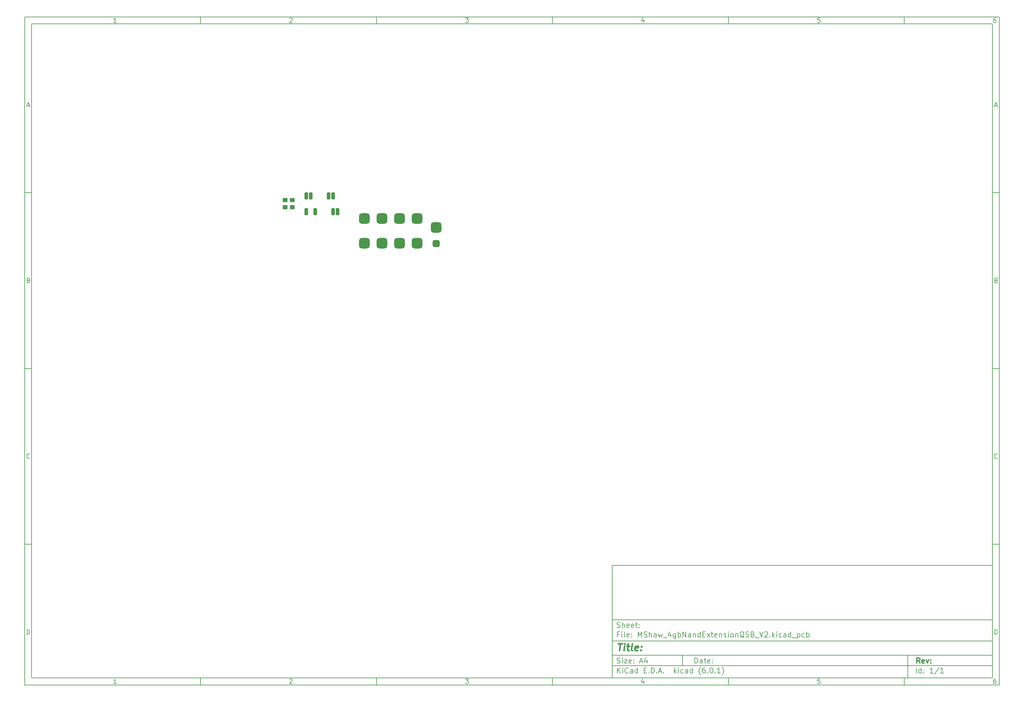
<source format=gts>
%TF.GenerationSoftware,KiCad,Pcbnew,(6.0.1)*%
%TF.CreationDate,2022-02-28T01:07:11-07:00*%
%TF.ProjectId,MShaw_4gbNandExtensionQSB_V2,4d536861-775f-4346-9762-4e616e644578,rev?*%
%TF.SameCoordinates,Original*%
%TF.FileFunction,Soldermask,Top*%
%TF.FilePolarity,Negative*%
%FSLAX46Y46*%
G04 Gerber Fmt 4.6, Leading zero omitted, Abs format (unit mm)*
G04 Created by KiCad (PCBNEW (6.0.1)) date 2022-02-28 01:07:11*
%MOMM*%
%LPD*%
G01*
G04 APERTURE LIST*
G04 Aperture macros list*
%AMRoundRect*
0 Rectangle with rounded corners*
0 $1 Rounding radius*
0 $2 $3 $4 $5 $6 $7 $8 $9 X,Y pos of 4 corners*
0 Add a 4 corners polygon primitive as box body*
4,1,4,$2,$3,$4,$5,$6,$7,$8,$9,$2,$3,0*
0 Add four circle primitives for the rounded corners*
1,1,$1+$1,$2,$3*
1,1,$1+$1,$4,$5*
1,1,$1+$1,$6,$7*
1,1,$1+$1,$8,$9*
0 Add four rect primitives between the rounded corners*
20,1,$1+$1,$2,$3,$4,$5,0*
20,1,$1+$1,$4,$5,$6,$7,0*
20,1,$1+$1,$6,$7,$8,$9,0*
20,1,$1+$1,$8,$9,$2,$3,0*%
G04 Aperture macros list end*
%ADD10C,0.100000*%
%ADD11C,0.150000*%
%ADD12C,0.300000*%
%ADD13C,0.400000*%
%ADD14RoundRect,0.750000X0.750000X-0.750000X0.750000X0.750000X-0.750000X0.750000X-0.750000X-0.750000X0*%
%ADD15RoundRect,0.250000X0.250000X-0.750000X0.250000X0.750000X-0.250000X0.750000X-0.250000X-0.750000X0*%
%ADD16RoundRect,0.750000X-0.750000X-0.750000X0.750000X-0.750000X0.750000X0.750000X-0.750000X0.750000X0*%
%ADD17RoundRect,0.500000X-0.500000X-0.500000X0.500000X-0.500000X0.500000X0.500000X-0.500000X0.500000X0*%
%ADD18RoundRect,0.250000X0.450000X-0.350000X0.450000X0.350000X-0.450000X0.350000X-0.450000X-0.350000X0*%
%ADD19RoundRect,0.250000X0.450000X-0.325000X0.450000X0.325000X-0.450000X0.325000X-0.450000X-0.325000X0*%
G04 APERTURE END LIST*
D10*
D11*
X177002200Y-166007200D02*
X177002200Y-198007200D01*
X285002200Y-198007200D01*
X285002200Y-166007200D01*
X177002200Y-166007200D01*
D10*
D11*
X10000000Y-10000000D02*
X10000000Y-200007200D01*
X287002200Y-200007200D01*
X287002200Y-10000000D01*
X10000000Y-10000000D01*
D10*
D11*
X12000000Y-12000000D02*
X12000000Y-198007200D01*
X285002200Y-198007200D01*
X285002200Y-12000000D01*
X12000000Y-12000000D01*
D10*
D11*
X60000000Y-12000000D02*
X60000000Y-10000000D01*
D10*
D11*
X110000000Y-12000000D02*
X110000000Y-10000000D01*
D10*
D11*
X160000000Y-12000000D02*
X160000000Y-10000000D01*
D10*
D11*
X210000000Y-12000000D02*
X210000000Y-10000000D01*
D10*
D11*
X260000000Y-12000000D02*
X260000000Y-10000000D01*
D10*
D11*
X36065476Y-11588095D02*
X35322619Y-11588095D01*
X35694047Y-11588095D02*
X35694047Y-10288095D01*
X35570238Y-10473809D01*
X35446428Y-10597619D01*
X35322619Y-10659523D01*
D10*
D11*
X85322619Y-10411904D02*
X85384523Y-10350000D01*
X85508333Y-10288095D01*
X85817857Y-10288095D01*
X85941666Y-10350000D01*
X86003571Y-10411904D01*
X86065476Y-10535714D01*
X86065476Y-10659523D01*
X86003571Y-10845238D01*
X85260714Y-11588095D01*
X86065476Y-11588095D01*
D10*
D11*
X135260714Y-10288095D02*
X136065476Y-10288095D01*
X135632142Y-10783333D01*
X135817857Y-10783333D01*
X135941666Y-10845238D01*
X136003571Y-10907142D01*
X136065476Y-11030952D01*
X136065476Y-11340476D01*
X136003571Y-11464285D01*
X135941666Y-11526190D01*
X135817857Y-11588095D01*
X135446428Y-11588095D01*
X135322619Y-11526190D01*
X135260714Y-11464285D01*
D10*
D11*
X185941666Y-10721428D02*
X185941666Y-11588095D01*
X185632142Y-10226190D02*
X185322619Y-11154761D01*
X186127380Y-11154761D01*
D10*
D11*
X236003571Y-10288095D02*
X235384523Y-10288095D01*
X235322619Y-10907142D01*
X235384523Y-10845238D01*
X235508333Y-10783333D01*
X235817857Y-10783333D01*
X235941666Y-10845238D01*
X236003571Y-10907142D01*
X236065476Y-11030952D01*
X236065476Y-11340476D01*
X236003571Y-11464285D01*
X235941666Y-11526190D01*
X235817857Y-11588095D01*
X235508333Y-11588095D01*
X235384523Y-11526190D01*
X235322619Y-11464285D01*
D10*
D11*
X285941666Y-10288095D02*
X285694047Y-10288095D01*
X285570238Y-10350000D01*
X285508333Y-10411904D01*
X285384523Y-10597619D01*
X285322619Y-10845238D01*
X285322619Y-11340476D01*
X285384523Y-11464285D01*
X285446428Y-11526190D01*
X285570238Y-11588095D01*
X285817857Y-11588095D01*
X285941666Y-11526190D01*
X286003571Y-11464285D01*
X286065476Y-11340476D01*
X286065476Y-11030952D01*
X286003571Y-10907142D01*
X285941666Y-10845238D01*
X285817857Y-10783333D01*
X285570238Y-10783333D01*
X285446428Y-10845238D01*
X285384523Y-10907142D01*
X285322619Y-11030952D01*
D10*
D11*
X60000000Y-198007200D02*
X60000000Y-200007200D01*
D10*
D11*
X110000000Y-198007200D02*
X110000000Y-200007200D01*
D10*
D11*
X160000000Y-198007200D02*
X160000000Y-200007200D01*
D10*
D11*
X210000000Y-198007200D02*
X210000000Y-200007200D01*
D10*
D11*
X260000000Y-198007200D02*
X260000000Y-200007200D01*
D10*
D11*
X36065476Y-199595295D02*
X35322619Y-199595295D01*
X35694047Y-199595295D02*
X35694047Y-198295295D01*
X35570238Y-198481009D01*
X35446428Y-198604819D01*
X35322619Y-198666723D01*
D10*
D11*
X85322619Y-198419104D02*
X85384523Y-198357200D01*
X85508333Y-198295295D01*
X85817857Y-198295295D01*
X85941666Y-198357200D01*
X86003571Y-198419104D01*
X86065476Y-198542914D01*
X86065476Y-198666723D01*
X86003571Y-198852438D01*
X85260714Y-199595295D01*
X86065476Y-199595295D01*
D10*
D11*
X135260714Y-198295295D02*
X136065476Y-198295295D01*
X135632142Y-198790533D01*
X135817857Y-198790533D01*
X135941666Y-198852438D01*
X136003571Y-198914342D01*
X136065476Y-199038152D01*
X136065476Y-199347676D01*
X136003571Y-199471485D01*
X135941666Y-199533390D01*
X135817857Y-199595295D01*
X135446428Y-199595295D01*
X135322619Y-199533390D01*
X135260714Y-199471485D01*
D10*
D11*
X185941666Y-198728628D02*
X185941666Y-199595295D01*
X185632142Y-198233390D02*
X185322619Y-199161961D01*
X186127380Y-199161961D01*
D10*
D11*
X236003571Y-198295295D02*
X235384523Y-198295295D01*
X235322619Y-198914342D01*
X235384523Y-198852438D01*
X235508333Y-198790533D01*
X235817857Y-198790533D01*
X235941666Y-198852438D01*
X236003571Y-198914342D01*
X236065476Y-199038152D01*
X236065476Y-199347676D01*
X236003571Y-199471485D01*
X235941666Y-199533390D01*
X235817857Y-199595295D01*
X235508333Y-199595295D01*
X235384523Y-199533390D01*
X235322619Y-199471485D01*
D10*
D11*
X285941666Y-198295295D02*
X285694047Y-198295295D01*
X285570238Y-198357200D01*
X285508333Y-198419104D01*
X285384523Y-198604819D01*
X285322619Y-198852438D01*
X285322619Y-199347676D01*
X285384523Y-199471485D01*
X285446428Y-199533390D01*
X285570238Y-199595295D01*
X285817857Y-199595295D01*
X285941666Y-199533390D01*
X286003571Y-199471485D01*
X286065476Y-199347676D01*
X286065476Y-199038152D01*
X286003571Y-198914342D01*
X285941666Y-198852438D01*
X285817857Y-198790533D01*
X285570238Y-198790533D01*
X285446428Y-198852438D01*
X285384523Y-198914342D01*
X285322619Y-199038152D01*
D10*
D11*
X10000000Y-60000000D02*
X12000000Y-60000000D01*
D10*
D11*
X10000000Y-110000000D02*
X12000000Y-110000000D01*
D10*
D11*
X10000000Y-160000000D02*
X12000000Y-160000000D01*
D10*
D11*
X10690476Y-35216666D02*
X11309523Y-35216666D01*
X10566666Y-35588095D02*
X11000000Y-34288095D01*
X11433333Y-35588095D01*
D10*
D11*
X11092857Y-84907142D02*
X11278571Y-84969047D01*
X11340476Y-85030952D01*
X11402380Y-85154761D01*
X11402380Y-85340476D01*
X11340476Y-85464285D01*
X11278571Y-85526190D01*
X11154761Y-85588095D01*
X10659523Y-85588095D01*
X10659523Y-84288095D01*
X11092857Y-84288095D01*
X11216666Y-84350000D01*
X11278571Y-84411904D01*
X11340476Y-84535714D01*
X11340476Y-84659523D01*
X11278571Y-84783333D01*
X11216666Y-84845238D01*
X11092857Y-84907142D01*
X10659523Y-84907142D01*
D10*
D11*
X11402380Y-135464285D02*
X11340476Y-135526190D01*
X11154761Y-135588095D01*
X11030952Y-135588095D01*
X10845238Y-135526190D01*
X10721428Y-135402380D01*
X10659523Y-135278571D01*
X10597619Y-135030952D01*
X10597619Y-134845238D01*
X10659523Y-134597619D01*
X10721428Y-134473809D01*
X10845238Y-134350000D01*
X11030952Y-134288095D01*
X11154761Y-134288095D01*
X11340476Y-134350000D01*
X11402380Y-134411904D01*
D10*
D11*
X10659523Y-185588095D02*
X10659523Y-184288095D01*
X10969047Y-184288095D01*
X11154761Y-184350000D01*
X11278571Y-184473809D01*
X11340476Y-184597619D01*
X11402380Y-184845238D01*
X11402380Y-185030952D01*
X11340476Y-185278571D01*
X11278571Y-185402380D01*
X11154761Y-185526190D01*
X10969047Y-185588095D01*
X10659523Y-185588095D01*
D10*
D11*
X287002200Y-60000000D02*
X285002200Y-60000000D01*
D10*
D11*
X287002200Y-110000000D02*
X285002200Y-110000000D01*
D10*
D11*
X287002200Y-160000000D02*
X285002200Y-160000000D01*
D10*
D11*
X285692676Y-35216666D02*
X286311723Y-35216666D01*
X285568866Y-35588095D02*
X286002200Y-34288095D01*
X286435533Y-35588095D01*
D10*
D11*
X286095057Y-84907142D02*
X286280771Y-84969047D01*
X286342676Y-85030952D01*
X286404580Y-85154761D01*
X286404580Y-85340476D01*
X286342676Y-85464285D01*
X286280771Y-85526190D01*
X286156961Y-85588095D01*
X285661723Y-85588095D01*
X285661723Y-84288095D01*
X286095057Y-84288095D01*
X286218866Y-84350000D01*
X286280771Y-84411904D01*
X286342676Y-84535714D01*
X286342676Y-84659523D01*
X286280771Y-84783333D01*
X286218866Y-84845238D01*
X286095057Y-84907142D01*
X285661723Y-84907142D01*
D10*
D11*
X286404580Y-135464285D02*
X286342676Y-135526190D01*
X286156961Y-135588095D01*
X286033152Y-135588095D01*
X285847438Y-135526190D01*
X285723628Y-135402380D01*
X285661723Y-135278571D01*
X285599819Y-135030952D01*
X285599819Y-134845238D01*
X285661723Y-134597619D01*
X285723628Y-134473809D01*
X285847438Y-134350000D01*
X286033152Y-134288095D01*
X286156961Y-134288095D01*
X286342676Y-134350000D01*
X286404580Y-134411904D01*
D10*
D11*
X285661723Y-185588095D02*
X285661723Y-184288095D01*
X285971247Y-184288095D01*
X286156961Y-184350000D01*
X286280771Y-184473809D01*
X286342676Y-184597619D01*
X286404580Y-184845238D01*
X286404580Y-185030952D01*
X286342676Y-185278571D01*
X286280771Y-185402380D01*
X286156961Y-185526190D01*
X285971247Y-185588095D01*
X285661723Y-185588095D01*
D10*
D11*
X200434342Y-193785771D02*
X200434342Y-192285771D01*
X200791485Y-192285771D01*
X201005771Y-192357200D01*
X201148628Y-192500057D01*
X201220057Y-192642914D01*
X201291485Y-192928628D01*
X201291485Y-193142914D01*
X201220057Y-193428628D01*
X201148628Y-193571485D01*
X201005771Y-193714342D01*
X200791485Y-193785771D01*
X200434342Y-193785771D01*
X202577200Y-193785771D02*
X202577200Y-193000057D01*
X202505771Y-192857200D01*
X202362914Y-192785771D01*
X202077200Y-192785771D01*
X201934342Y-192857200D01*
X202577200Y-193714342D02*
X202434342Y-193785771D01*
X202077200Y-193785771D01*
X201934342Y-193714342D01*
X201862914Y-193571485D01*
X201862914Y-193428628D01*
X201934342Y-193285771D01*
X202077200Y-193214342D01*
X202434342Y-193214342D01*
X202577200Y-193142914D01*
X203077200Y-192785771D02*
X203648628Y-192785771D01*
X203291485Y-192285771D02*
X203291485Y-193571485D01*
X203362914Y-193714342D01*
X203505771Y-193785771D01*
X203648628Y-193785771D01*
X204720057Y-193714342D02*
X204577200Y-193785771D01*
X204291485Y-193785771D01*
X204148628Y-193714342D01*
X204077200Y-193571485D01*
X204077200Y-193000057D01*
X204148628Y-192857200D01*
X204291485Y-192785771D01*
X204577200Y-192785771D01*
X204720057Y-192857200D01*
X204791485Y-193000057D01*
X204791485Y-193142914D01*
X204077200Y-193285771D01*
X205434342Y-193642914D02*
X205505771Y-193714342D01*
X205434342Y-193785771D01*
X205362914Y-193714342D01*
X205434342Y-193642914D01*
X205434342Y-193785771D01*
X205434342Y-192857200D02*
X205505771Y-192928628D01*
X205434342Y-193000057D01*
X205362914Y-192928628D01*
X205434342Y-192857200D01*
X205434342Y-193000057D01*
D10*
D11*
X177002200Y-194507200D02*
X285002200Y-194507200D01*
D10*
D11*
X178434342Y-196585771D02*
X178434342Y-195085771D01*
X179291485Y-196585771D02*
X178648628Y-195728628D01*
X179291485Y-195085771D02*
X178434342Y-195942914D01*
X179934342Y-196585771D02*
X179934342Y-195585771D01*
X179934342Y-195085771D02*
X179862914Y-195157200D01*
X179934342Y-195228628D01*
X180005771Y-195157200D01*
X179934342Y-195085771D01*
X179934342Y-195228628D01*
X181505771Y-196442914D02*
X181434342Y-196514342D01*
X181220057Y-196585771D01*
X181077200Y-196585771D01*
X180862914Y-196514342D01*
X180720057Y-196371485D01*
X180648628Y-196228628D01*
X180577200Y-195942914D01*
X180577200Y-195728628D01*
X180648628Y-195442914D01*
X180720057Y-195300057D01*
X180862914Y-195157200D01*
X181077200Y-195085771D01*
X181220057Y-195085771D01*
X181434342Y-195157200D01*
X181505771Y-195228628D01*
X182791485Y-196585771D02*
X182791485Y-195800057D01*
X182720057Y-195657200D01*
X182577200Y-195585771D01*
X182291485Y-195585771D01*
X182148628Y-195657200D01*
X182791485Y-196514342D02*
X182648628Y-196585771D01*
X182291485Y-196585771D01*
X182148628Y-196514342D01*
X182077200Y-196371485D01*
X182077200Y-196228628D01*
X182148628Y-196085771D01*
X182291485Y-196014342D01*
X182648628Y-196014342D01*
X182791485Y-195942914D01*
X184148628Y-196585771D02*
X184148628Y-195085771D01*
X184148628Y-196514342D02*
X184005771Y-196585771D01*
X183720057Y-196585771D01*
X183577200Y-196514342D01*
X183505771Y-196442914D01*
X183434342Y-196300057D01*
X183434342Y-195871485D01*
X183505771Y-195728628D01*
X183577200Y-195657200D01*
X183720057Y-195585771D01*
X184005771Y-195585771D01*
X184148628Y-195657200D01*
X186005771Y-195800057D02*
X186505771Y-195800057D01*
X186720057Y-196585771D02*
X186005771Y-196585771D01*
X186005771Y-195085771D01*
X186720057Y-195085771D01*
X187362914Y-196442914D02*
X187434342Y-196514342D01*
X187362914Y-196585771D01*
X187291485Y-196514342D01*
X187362914Y-196442914D01*
X187362914Y-196585771D01*
X188077200Y-196585771D02*
X188077200Y-195085771D01*
X188434342Y-195085771D01*
X188648628Y-195157200D01*
X188791485Y-195300057D01*
X188862914Y-195442914D01*
X188934342Y-195728628D01*
X188934342Y-195942914D01*
X188862914Y-196228628D01*
X188791485Y-196371485D01*
X188648628Y-196514342D01*
X188434342Y-196585771D01*
X188077200Y-196585771D01*
X189577200Y-196442914D02*
X189648628Y-196514342D01*
X189577200Y-196585771D01*
X189505771Y-196514342D01*
X189577200Y-196442914D01*
X189577200Y-196585771D01*
X190220057Y-196157200D02*
X190934342Y-196157200D01*
X190077200Y-196585771D02*
X190577200Y-195085771D01*
X191077200Y-196585771D01*
X191577200Y-196442914D02*
X191648628Y-196514342D01*
X191577200Y-196585771D01*
X191505771Y-196514342D01*
X191577200Y-196442914D01*
X191577200Y-196585771D01*
X194577200Y-196585771D02*
X194577200Y-195085771D01*
X194720057Y-196014342D02*
X195148628Y-196585771D01*
X195148628Y-195585771D02*
X194577200Y-196157200D01*
X195791485Y-196585771D02*
X195791485Y-195585771D01*
X195791485Y-195085771D02*
X195720057Y-195157200D01*
X195791485Y-195228628D01*
X195862914Y-195157200D01*
X195791485Y-195085771D01*
X195791485Y-195228628D01*
X197148628Y-196514342D02*
X197005771Y-196585771D01*
X196720057Y-196585771D01*
X196577200Y-196514342D01*
X196505771Y-196442914D01*
X196434342Y-196300057D01*
X196434342Y-195871485D01*
X196505771Y-195728628D01*
X196577200Y-195657200D01*
X196720057Y-195585771D01*
X197005771Y-195585771D01*
X197148628Y-195657200D01*
X198434342Y-196585771D02*
X198434342Y-195800057D01*
X198362914Y-195657200D01*
X198220057Y-195585771D01*
X197934342Y-195585771D01*
X197791485Y-195657200D01*
X198434342Y-196514342D02*
X198291485Y-196585771D01*
X197934342Y-196585771D01*
X197791485Y-196514342D01*
X197720057Y-196371485D01*
X197720057Y-196228628D01*
X197791485Y-196085771D01*
X197934342Y-196014342D01*
X198291485Y-196014342D01*
X198434342Y-195942914D01*
X199791485Y-196585771D02*
X199791485Y-195085771D01*
X199791485Y-196514342D02*
X199648628Y-196585771D01*
X199362914Y-196585771D01*
X199220057Y-196514342D01*
X199148628Y-196442914D01*
X199077200Y-196300057D01*
X199077200Y-195871485D01*
X199148628Y-195728628D01*
X199220057Y-195657200D01*
X199362914Y-195585771D01*
X199648628Y-195585771D01*
X199791485Y-195657200D01*
X202077200Y-197157200D02*
X202005771Y-197085771D01*
X201862914Y-196871485D01*
X201791485Y-196728628D01*
X201720057Y-196514342D01*
X201648628Y-196157200D01*
X201648628Y-195871485D01*
X201720057Y-195514342D01*
X201791485Y-195300057D01*
X201862914Y-195157200D01*
X202005771Y-194942914D01*
X202077200Y-194871485D01*
X203291485Y-195085771D02*
X203005771Y-195085771D01*
X202862914Y-195157200D01*
X202791485Y-195228628D01*
X202648628Y-195442914D01*
X202577200Y-195728628D01*
X202577200Y-196300057D01*
X202648628Y-196442914D01*
X202720057Y-196514342D01*
X202862914Y-196585771D01*
X203148628Y-196585771D01*
X203291485Y-196514342D01*
X203362914Y-196442914D01*
X203434342Y-196300057D01*
X203434342Y-195942914D01*
X203362914Y-195800057D01*
X203291485Y-195728628D01*
X203148628Y-195657200D01*
X202862914Y-195657200D01*
X202720057Y-195728628D01*
X202648628Y-195800057D01*
X202577200Y-195942914D01*
X204077200Y-196442914D02*
X204148628Y-196514342D01*
X204077200Y-196585771D01*
X204005771Y-196514342D01*
X204077200Y-196442914D01*
X204077200Y-196585771D01*
X205077200Y-195085771D02*
X205220057Y-195085771D01*
X205362914Y-195157200D01*
X205434342Y-195228628D01*
X205505771Y-195371485D01*
X205577200Y-195657200D01*
X205577200Y-196014342D01*
X205505771Y-196300057D01*
X205434342Y-196442914D01*
X205362914Y-196514342D01*
X205220057Y-196585771D01*
X205077200Y-196585771D01*
X204934342Y-196514342D01*
X204862914Y-196442914D01*
X204791485Y-196300057D01*
X204720057Y-196014342D01*
X204720057Y-195657200D01*
X204791485Y-195371485D01*
X204862914Y-195228628D01*
X204934342Y-195157200D01*
X205077200Y-195085771D01*
X206220057Y-196442914D02*
X206291485Y-196514342D01*
X206220057Y-196585771D01*
X206148628Y-196514342D01*
X206220057Y-196442914D01*
X206220057Y-196585771D01*
X207720057Y-196585771D02*
X206862914Y-196585771D01*
X207291485Y-196585771D02*
X207291485Y-195085771D01*
X207148628Y-195300057D01*
X207005771Y-195442914D01*
X206862914Y-195514342D01*
X208220057Y-197157200D02*
X208291485Y-197085771D01*
X208434342Y-196871485D01*
X208505771Y-196728628D01*
X208577200Y-196514342D01*
X208648628Y-196157200D01*
X208648628Y-195871485D01*
X208577200Y-195514342D01*
X208505771Y-195300057D01*
X208434342Y-195157200D01*
X208291485Y-194942914D01*
X208220057Y-194871485D01*
D10*
D11*
X177002200Y-191507200D02*
X285002200Y-191507200D01*
D10*
D12*
X264411485Y-193785771D02*
X263911485Y-193071485D01*
X263554342Y-193785771D02*
X263554342Y-192285771D01*
X264125771Y-192285771D01*
X264268628Y-192357200D01*
X264340057Y-192428628D01*
X264411485Y-192571485D01*
X264411485Y-192785771D01*
X264340057Y-192928628D01*
X264268628Y-193000057D01*
X264125771Y-193071485D01*
X263554342Y-193071485D01*
X265625771Y-193714342D02*
X265482914Y-193785771D01*
X265197200Y-193785771D01*
X265054342Y-193714342D01*
X264982914Y-193571485D01*
X264982914Y-193000057D01*
X265054342Y-192857200D01*
X265197200Y-192785771D01*
X265482914Y-192785771D01*
X265625771Y-192857200D01*
X265697200Y-193000057D01*
X265697200Y-193142914D01*
X264982914Y-193285771D01*
X266197200Y-192785771D02*
X266554342Y-193785771D01*
X266911485Y-192785771D01*
X267482914Y-193642914D02*
X267554342Y-193714342D01*
X267482914Y-193785771D01*
X267411485Y-193714342D01*
X267482914Y-193642914D01*
X267482914Y-193785771D01*
X267482914Y-192857200D02*
X267554342Y-192928628D01*
X267482914Y-193000057D01*
X267411485Y-192928628D01*
X267482914Y-192857200D01*
X267482914Y-193000057D01*
D10*
D11*
X178362914Y-193714342D02*
X178577200Y-193785771D01*
X178934342Y-193785771D01*
X179077200Y-193714342D01*
X179148628Y-193642914D01*
X179220057Y-193500057D01*
X179220057Y-193357200D01*
X179148628Y-193214342D01*
X179077200Y-193142914D01*
X178934342Y-193071485D01*
X178648628Y-193000057D01*
X178505771Y-192928628D01*
X178434342Y-192857200D01*
X178362914Y-192714342D01*
X178362914Y-192571485D01*
X178434342Y-192428628D01*
X178505771Y-192357200D01*
X178648628Y-192285771D01*
X179005771Y-192285771D01*
X179220057Y-192357200D01*
X179862914Y-193785771D02*
X179862914Y-192785771D01*
X179862914Y-192285771D02*
X179791485Y-192357200D01*
X179862914Y-192428628D01*
X179934342Y-192357200D01*
X179862914Y-192285771D01*
X179862914Y-192428628D01*
X180434342Y-192785771D02*
X181220057Y-192785771D01*
X180434342Y-193785771D01*
X181220057Y-193785771D01*
X182362914Y-193714342D02*
X182220057Y-193785771D01*
X181934342Y-193785771D01*
X181791485Y-193714342D01*
X181720057Y-193571485D01*
X181720057Y-193000057D01*
X181791485Y-192857200D01*
X181934342Y-192785771D01*
X182220057Y-192785771D01*
X182362914Y-192857200D01*
X182434342Y-193000057D01*
X182434342Y-193142914D01*
X181720057Y-193285771D01*
X183077200Y-193642914D02*
X183148628Y-193714342D01*
X183077200Y-193785771D01*
X183005771Y-193714342D01*
X183077200Y-193642914D01*
X183077200Y-193785771D01*
X183077200Y-192857200D02*
X183148628Y-192928628D01*
X183077200Y-193000057D01*
X183005771Y-192928628D01*
X183077200Y-192857200D01*
X183077200Y-193000057D01*
X184862914Y-193357200D02*
X185577200Y-193357200D01*
X184720057Y-193785771D02*
X185220057Y-192285771D01*
X185720057Y-193785771D01*
X186862914Y-192785771D02*
X186862914Y-193785771D01*
X186505771Y-192214342D02*
X186148628Y-193285771D01*
X187077200Y-193285771D01*
D10*
D11*
X263434342Y-196585771D02*
X263434342Y-195085771D01*
X264791485Y-196585771D02*
X264791485Y-195085771D01*
X264791485Y-196514342D02*
X264648628Y-196585771D01*
X264362914Y-196585771D01*
X264220057Y-196514342D01*
X264148628Y-196442914D01*
X264077200Y-196300057D01*
X264077200Y-195871485D01*
X264148628Y-195728628D01*
X264220057Y-195657200D01*
X264362914Y-195585771D01*
X264648628Y-195585771D01*
X264791485Y-195657200D01*
X265505771Y-196442914D02*
X265577200Y-196514342D01*
X265505771Y-196585771D01*
X265434342Y-196514342D01*
X265505771Y-196442914D01*
X265505771Y-196585771D01*
X265505771Y-195657200D02*
X265577200Y-195728628D01*
X265505771Y-195800057D01*
X265434342Y-195728628D01*
X265505771Y-195657200D01*
X265505771Y-195800057D01*
X268148628Y-196585771D02*
X267291485Y-196585771D01*
X267720057Y-196585771D02*
X267720057Y-195085771D01*
X267577200Y-195300057D01*
X267434342Y-195442914D01*
X267291485Y-195514342D01*
X269862914Y-195014342D02*
X268577200Y-196942914D01*
X271148628Y-196585771D02*
X270291485Y-196585771D01*
X270720057Y-196585771D02*
X270720057Y-195085771D01*
X270577200Y-195300057D01*
X270434342Y-195442914D01*
X270291485Y-195514342D01*
D10*
D11*
X177002200Y-187507200D02*
X285002200Y-187507200D01*
D10*
D13*
X178714580Y-188211961D02*
X179857438Y-188211961D01*
X179036009Y-190211961D02*
X179286009Y-188211961D01*
X180274104Y-190211961D02*
X180440771Y-188878628D01*
X180524104Y-188211961D02*
X180416961Y-188307200D01*
X180500295Y-188402438D01*
X180607438Y-188307200D01*
X180524104Y-188211961D01*
X180500295Y-188402438D01*
X181107438Y-188878628D02*
X181869342Y-188878628D01*
X181476485Y-188211961D02*
X181262200Y-189926247D01*
X181333628Y-190116723D01*
X181512200Y-190211961D01*
X181702676Y-190211961D01*
X182655057Y-190211961D02*
X182476485Y-190116723D01*
X182405057Y-189926247D01*
X182619342Y-188211961D01*
X184190771Y-190116723D02*
X183988390Y-190211961D01*
X183607438Y-190211961D01*
X183428866Y-190116723D01*
X183357438Y-189926247D01*
X183452676Y-189164342D01*
X183571723Y-188973866D01*
X183774104Y-188878628D01*
X184155057Y-188878628D01*
X184333628Y-188973866D01*
X184405057Y-189164342D01*
X184381247Y-189354819D01*
X183405057Y-189545295D01*
X185155057Y-190021485D02*
X185238390Y-190116723D01*
X185131247Y-190211961D01*
X185047914Y-190116723D01*
X185155057Y-190021485D01*
X185131247Y-190211961D01*
X185286009Y-188973866D02*
X185369342Y-189069104D01*
X185262200Y-189164342D01*
X185178866Y-189069104D01*
X185286009Y-188973866D01*
X185262200Y-189164342D01*
D10*
D11*
X178934342Y-185600057D02*
X178434342Y-185600057D01*
X178434342Y-186385771D02*
X178434342Y-184885771D01*
X179148628Y-184885771D01*
X179720057Y-186385771D02*
X179720057Y-185385771D01*
X179720057Y-184885771D02*
X179648628Y-184957200D01*
X179720057Y-185028628D01*
X179791485Y-184957200D01*
X179720057Y-184885771D01*
X179720057Y-185028628D01*
X180648628Y-186385771D02*
X180505771Y-186314342D01*
X180434342Y-186171485D01*
X180434342Y-184885771D01*
X181791485Y-186314342D02*
X181648628Y-186385771D01*
X181362914Y-186385771D01*
X181220057Y-186314342D01*
X181148628Y-186171485D01*
X181148628Y-185600057D01*
X181220057Y-185457200D01*
X181362914Y-185385771D01*
X181648628Y-185385771D01*
X181791485Y-185457200D01*
X181862914Y-185600057D01*
X181862914Y-185742914D01*
X181148628Y-185885771D01*
X182505771Y-186242914D02*
X182577200Y-186314342D01*
X182505771Y-186385771D01*
X182434342Y-186314342D01*
X182505771Y-186242914D01*
X182505771Y-186385771D01*
X182505771Y-185457200D02*
X182577200Y-185528628D01*
X182505771Y-185600057D01*
X182434342Y-185528628D01*
X182505771Y-185457200D01*
X182505771Y-185600057D01*
X184362914Y-186385771D02*
X184362914Y-184885771D01*
X184862914Y-185957200D01*
X185362914Y-184885771D01*
X185362914Y-186385771D01*
X186005771Y-186314342D02*
X186220057Y-186385771D01*
X186577200Y-186385771D01*
X186720057Y-186314342D01*
X186791485Y-186242914D01*
X186862914Y-186100057D01*
X186862914Y-185957200D01*
X186791485Y-185814342D01*
X186720057Y-185742914D01*
X186577200Y-185671485D01*
X186291485Y-185600057D01*
X186148628Y-185528628D01*
X186077200Y-185457200D01*
X186005771Y-185314342D01*
X186005771Y-185171485D01*
X186077200Y-185028628D01*
X186148628Y-184957200D01*
X186291485Y-184885771D01*
X186648628Y-184885771D01*
X186862914Y-184957200D01*
X187505771Y-186385771D02*
X187505771Y-184885771D01*
X188148628Y-186385771D02*
X188148628Y-185600057D01*
X188077200Y-185457200D01*
X187934342Y-185385771D01*
X187720057Y-185385771D01*
X187577200Y-185457200D01*
X187505771Y-185528628D01*
X189505771Y-186385771D02*
X189505771Y-185600057D01*
X189434342Y-185457200D01*
X189291485Y-185385771D01*
X189005771Y-185385771D01*
X188862914Y-185457200D01*
X189505771Y-186314342D02*
X189362914Y-186385771D01*
X189005771Y-186385771D01*
X188862914Y-186314342D01*
X188791485Y-186171485D01*
X188791485Y-186028628D01*
X188862914Y-185885771D01*
X189005771Y-185814342D01*
X189362914Y-185814342D01*
X189505771Y-185742914D01*
X190077200Y-185385771D02*
X190362914Y-186385771D01*
X190648628Y-185671485D01*
X190934342Y-186385771D01*
X191220057Y-185385771D01*
X191434342Y-186528628D02*
X192577200Y-186528628D01*
X193577200Y-185385771D02*
X193577200Y-186385771D01*
X193220057Y-184814342D02*
X192862914Y-185885771D01*
X193791485Y-185885771D01*
X195005771Y-185385771D02*
X195005771Y-186600057D01*
X194934342Y-186742914D01*
X194862914Y-186814342D01*
X194720057Y-186885771D01*
X194505771Y-186885771D01*
X194362914Y-186814342D01*
X195005771Y-186314342D02*
X194862914Y-186385771D01*
X194577200Y-186385771D01*
X194434342Y-186314342D01*
X194362914Y-186242914D01*
X194291485Y-186100057D01*
X194291485Y-185671485D01*
X194362914Y-185528628D01*
X194434342Y-185457200D01*
X194577200Y-185385771D01*
X194862914Y-185385771D01*
X195005771Y-185457200D01*
X195720057Y-186385771D02*
X195720057Y-184885771D01*
X195720057Y-185457200D02*
X195862914Y-185385771D01*
X196148628Y-185385771D01*
X196291485Y-185457200D01*
X196362914Y-185528628D01*
X196434342Y-185671485D01*
X196434342Y-186100057D01*
X196362914Y-186242914D01*
X196291485Y-186314342D01*
X196148628Y-186385771D01*
X195862914Y-186385771D01*
X195720057Y-186314342D01*
X197077200Y-186385771D02*
X197077200Y-184885771D01*
X197934342Y-186385771D01*
X197934342Y-184885771D01*
X199291485Y-186385771D02*
X199291485Y-185600057D01*
X199220057Y-185457200D01*
X199077200Y-185385771D01*
X198791485Y-185385771D01*
X198648628Y-185457200D01*
X199291485Y-186314342D02*
X199148628Y-186385771D01*
X198791485Y-186385771D01*
X198648628Y-186314342D01*
X198577200Y-186171485D01*
X198577200Y-186028628D01*
X198648628Y-185885771D01*
X198791485Y-185814342D01*
X199148628Y-185814342D01*
X199291485Y-185742914D01*
X200005771Y-185385771D02*
X200005771Y-186385771D01*
X200005771Y-185528628D02*
X200077200Y-185457200D01*
X200220057Y-185385771D01*
X200434342Y-185385771D01*
X200577200Y-185457200D01*
X200648628Y-185600057D01*
X200648628Y-186385771D01*
X202005771Y-186385771D02*
X202005771Y-184885771D01*
X202005771Y-186314342D02*
X201862914Y-186385771D01*
X201577200Y-186385771D01*
X201434342Y-186314342D01*
X201362914Y-186242914D01*
X201291485Y-186100057D01*
X201291485Y-185671485D01*
X201362914Y-185528628D01*
X201434342Y-185457200D01*
X201577200Y-185385771D01*
X201862914Y-185385771D01*
X202005771Y-185457200D01*
X202720057Y-185600057D02*
X203220057Y-185600057D01*
X203434342Y-186385771D02*
X202720057Y-186385771D01*
X202720057Y-184885771D01*
X203434342Y-184885771D01*
X203934342Y-186385771D02*
X204720057Y-185385771D01*
X203934342Y-185385771D02*
X204720057Y-186385771D01*
X205077200Y-185385771D02*
X205648628Y-185385771D01*
X205291485Y-184885771D02*
X205291485Y-186171485D01*
X205362914Y-186314342D01*
X205505771Y-186385771D01*
X205648628Y-186385771D01*
X206720057Y-186314342D02*
X206577200Y-186385771D01*
X206291485Y-186385771D01*
X206148628Y-186314342D01*
X206077200Y-186171485D01*
X206077200Y-185600057D01*
X206148628Y-185457200D01*
X206291485Y-185385771D01*
X206577200Y-185385771D01*
X206720057Y-185457200D01*
X206791485Y-185600057D01*
X206791485Y-185742914D01*
X206077200Y-185885771D01*
X207434342Y-185385771D02*
X207434342Y-186385771D01*
X207434342Y-185528628D02*
X207505771Y-185457200D01*
X207648628Y-185385771D01*
X207862914Y-185385771D01*
X208005771Y-185457200D01*
X208077200Y-185600057D01*
X208077200Y-186385771D01*
X208720057Y-186314342D02*
X208862914Y-186385771D01*
X209148628Y-186385771D01*
X209291485Y-186314342D01*
X209362914Y-186171485D01*
X209362914Y-186100057D01*
X209291485Y-185957200D01*
X209148628Y-185885771D01*
X208934342Y-185885771D01*
X208791485Y-185814342D01*
X208720057Y-185671485D01*
X208720057Y-185600057D01*
X208791485Y-185457200D01*
X208934342Y-185385771D01*
X209148628Y-185385771D01*
X209291485Y-185457200D01*
X210005771Y-186385771D02*
X210005771Y-185385771D01*
X210005771Y-184885771D02*
X209934342Y-184957200D01*
X210005771Y-185028628D01*
X210077200Y-184957200D01*
X210005771Y-184885771D01*
X210005771Y-185028628D01*
X210934342Y-186385771D02*
X210791485Y-186314342D01*
X210720057Y-186242914D01*
X210648628Y-186100057D01*
X210648628Y-185671485D01*
X210720057Y-185528628D01*
X210791485Y-185457200D01*
X210934342Y-185385771D01*
X211148628Y-185385771D01*
X211291485Y-185457200D01*
X211362914Y-185528628D01*
X211434342Y-185671485D01*
X211434342Y-186100057D01*
X211362914Y-186242914D01*
X211291485Y-186314342D01*
X211148628Y-186385771D01*
X210934342Y-186385771D01*
X212077200Y-185385771D02*
X212077200Y-186385771D01*
X212077200Y-185528628D02*
X212148628Y-185457200D01*
X212291485Y-185385771D01*
X212505771Y-185385771D01*
X212648628Y-185457200D01*
X212720057Y-185600057D01*
X212720057Y-186385771D01*
X214434342Y-186528628D02*
X214291485Y-186457200D01*
X214148628Y-186314342D01*
X213934342Y-186100057D01*
X213791485Y-186028628D01*
X213648628Y-186028628D01*
X213720057Y-186385771D02*
X213577200Y-186314342D01*
X213434342Y-186171485D01*
X213362914Y-185885771D01*
X213362914Y-185385771D01*
X213434342Y-185100057D01*
X213577200Y-184957200D01*
X213720057Y-184885771D01*
X214005771Y-184885771D01*
X214148628Y-184957200D01*
X214291485Y-185100057D01*
X214362914Y-185385771D01*
X214362914Y-185885771D01*
X214291485Y-186171485D01*
X214148628Y-186314342D01*
X214005771Y-186385771D01*
X213720057Y-186385771D01*
X214934342Y-186314342D02*
X215148628Y-186385771D01*
X215505771Y-186385771D01*
X215648628Y-186314342D01*
X215720057Y-186242914D01*
X215791485Y-186100057D01*
X215791485Y-185957200D01*
X215720057Y-185814342D01*
X215648628Y-185742914D01*
X215505771Y-185671485D01*
X215220057Y-185600057D01*
X215077200Y-185528628D01*
X215005771Y-185457200D01*
X214934342Y-185314342D01*
X214934342Y-185171485D01*
X215005771Y-185028628D01*
X215077200Y-184957200D01*
X215220057Y-184885771D01*
X215577200Y-184885771D01*
X215791485Y-184957200D01*
X216934342Y-185600057D02*
X217148628Y-185671485D01*
X217220057Y-185742914D01*
X217291485Y-185885771D01*
X217291485Y-186100057D01*
X217220057Y-186242914D01*
X217148628Y-186314342D01*
X217005771Y-186385771D01*
X216434342Y-186385771D01*
X216434342Y-184885771D01*
X216934342Y-184885771D01*
X217077200Y-184957200D01*
X217148628Y-185028628D01*
X217220057Y-185171485D01*
X217220057Y-185314342D01*
X217148628Y-185457200D01*
X217077200Y-185528628D01*
X216934342Y-185600057D01*
X216434342Y-185600057D01*
X217577200Y-186528628D02*
X218720057Y-186528628D01*
X218862914Y-184885771D02*
X219362914Y-186385771D01*
X219862914Y-184885771D01*
X220291485Y-185028628D02*
X220362914Y-184957200D01*
X220505771Y-184885771D01*
X220862914Y-184885771D01*
X221005771Y-184957200D01*
X221077200Y-185028628D01*
X221148628Y-185171485D01*
X221148628Y-185314342D01*
X221077200Y-185528628D01*
X220220057Y-186385771D01*
X221148628Y-186385771D01*
X221791485Y-186242914D02*
X221862914Y-186314342D01*
X221791485Y-186385771D01*
X221720057Y-186314342D01*
X221791485Y-186242914D01*
X221791485Y-186385771D01*
X222505771Y-186385771D02*
X222505771Y-184885771D01*
X222648628Y-185814342D02*
X223077200Y-186385771D01*
X223077200Y-185385771D02*
X222505771Y-185957200D01*
X223720057Y-186385771D02*
X223720057Y-185385771D01*
X223720057Y-184885771D02*
X223648628Y-184957200D01*
X223720057Y-185028628D01*
X223791485Y-184957200D01*
X223720057Y-184885771D01*
X223720057Y-185028628D01*
X225077200Y-186314342D02*
X224934342Y-186385771D01*
X224648628Y-186385771D01*
X224505771Y-186314342D01*
X224434342Y-186242914D01*
X224362914Y-186100057D01*
X224362914Y-185671485D01*
X224434342Y-185528628D01*
X224505771Y-185457200D01*
X224648628Y-185385771D01*
X224934342Y-185385771D01*
X225077200Y-185457200D01*
X226362914Y-186385771D02*
X226362914Y-185600057D01*
X226291485Y-185457200D01*
X226148628Y-185385771D01*
X225862914Y-185385771D01*
X225720057Y-185457200D01*
X226362914Y-186314342D02*
X226220057Y-186385771D01*
X225862914Y-186385771D01*
X225720057Y-186314342D01*
X225648628Y-186171485D01*
X225648628Y-186028628D01*
X225720057Y-185885771D01*
X225862914Y-185814342D01*
X226220057Y-185814342D01*
X226362914Y-185742914D01*
X227720057Y-186385771D02*
X227720057Y-184885771D01*
X227720057Y-186314342D02*
X227577200Y-186385771D01*
X227291485Y-186385771D01*
X227148628Y-186314342D01*
X227077200Y-186242914D01*
X227005771Y-186100057D01*
X227005771Y-185671485D01*
X227077200Y-185528628D01*
X227148628Y-185457200D01*
X227291485Y-185385771D01*
X227577200Y-185385771D01*
X227720057Y-185457200D01*
X228077200Y-186528628D02*
X229220057Y-186528628D01*
X229577200Y-185385771D02*
X229577200Y-186885771D01*
X229577200Y-185457200D02*
X229720057Y-185385771D01*
X230005771Y-185385771D01*
X230148628Y-185457200D01*
X230220057Y-185528628D01*
X230291485Y-185671485D01*
X230291485Y-186100057D01*
X230220057Y-186242914D01*
X230148628Y-186314342D01*
X230005771Y-186385771D01*
X229720057Y-186385771D01*
X229577200Y-186314342D01*
X231577200Y-186314342D02*
X231434342Y-186385771D01*
X231148628Y-186385771D01*
X231005771Y-186314342D01*
X230934342Y-186242914D01*
X230862914Y-186100057D01*
X230862914Y-185671485D01*
X230934342Y-185528628D01*
X231005771Y-185457200D01*
X231148628Y-185385771D01*
X231434342Y-185385771D01*
X231577200Y-185457200D01*
X232220057Y-186385771D02*
X232220057Y-184885771D01*
X232220057Y-185457200D02*
X232362914Y-185385771D01*
X232648628Y-185385771D01*
X232791485Y-185457200D01*
X232862914Y-185528628D01*
X232934342Y-185671485D01*
X232934342Y-186100057D01*
X232862914Y-186242914D01*
X232791485Y-186314342D01*
X232648628Y-186385771D01*
X232362914Y-186385771D01*
X232220057Y-186314342D01*
D10*
D11*
X177002200Y-181507200D02*
X285002200Y-181507200D01*
D10*
D11*
X178362914Y-183614342D02*
X178577200Y-183685771D01*
X178934342Y-183685771D01*
X179077200Y-183614342D01*
X179148628Y-183542914D01*
X179220057Y-183400057D01*
X179220057Y-183257200D01*
X179148628Y-183114342D01*
X179077200Y-183042914D01*
X178934342Y-182971485D01*
X178648628Y-182900057D01*
X178505771Y-182828628D01*
X178434342Y-182757200D01*
X178362914Y-182614342D01*
X178362914Y-182471485D01*
X178434342Y-182328628D01*
X178505771Y-182257200D01*
X178648628Y-182185771D01*
X179005771Y-182185771D01*
X179220057Y-182257200D01*
X179862914Y-183685771D02*
X179862914Y-182185771D01*
X180505771Y-183685771D02*
X180505771Y-182900057D01*
X180434342Y-182757200D01*
X180291485Y-182685771D01*
X180077200Y-182685771D01*
X179934342Y-182757200D01*
X179862914Y-182828628D01*
X181791485Y-183614342D02*
X181648628Y-183685771D01*
X181362914Y-183685771D01*
X181220057Y-183614342D01*
X181148628Y-183471485D01*
X181148628Y-182900057D01*
X181220057Y-182757200D01*
X181362914Y-182685771D01*
X181648628Y-182685771D01*
X181791485Y-182757200D01*
X181862914Y-182900057D01*
X181862914Y-183042914D01*
X181148628Y-183185771D01*
X183077200Y-183614342D02*
X182934342Y-183685771D01*
X182648628Y-183685771D01*
X182505771Y-183614342D01*
X182434342Y-183471485D01*
X182434342Y-182900057D01*
X182505771Y-182757200D01*
X182648628Y-182685771D01*
X182934342Y-182685771D01*
X183077200Y-182757200D01*
X183148628Y-182900057D01*
X183148628Y-183042914D01*
X182434342Y-183185771D01*
X183577200Y-182685771D02*
X184148628Y-182685771D01*
X183791485Y-182185771D02*
X183791485Y-183471485D01*
X183862914Y-183614342D01*
X184005771Y-183685771D01*
X184148628Y-183685771D01*
X184648628Y-183542914D02*
X184720057Y-183614342D01*
X184648628Y-183685771D01*
X184577200Y-183614342D01*
X184648628Y-183542914D01*
X184648628Y-183685771D01*
X184648628Y-182757200D02*
X184720057Y-182828628D01*
X184648628Y-182900057D01*
X184577200Y-182828628D01*
X184648628Y-182757200D01*
X184648628Y-182900057D01*
D10*
D12*
D10*
D11*
D10*
D11*
D10*
D11*
D10*
D11*
D10*
D11*
X197002200Y-191507200D02*
X197002200Y-194507200D01*
D10*
D11*
X261002200Y-191507200D02*
X261002200Y-198007200D01*
D14*
%TO.C,J4*%
X106560000Y-74330000D03*
X106560000Y-67330000D03*
X111560000Y-74330000D03*
X111560000Y-67330000D03*
X116560000Y-74330000D03*
X116560000Y-67330000D03*
X121560000Y-74330000D03*
X121560000Y-67330000D03*
%TD*%
D15*
%TO.C,J3*%
X90060000Y-60880000D03*
X91330000Y-60880000D03*
X96410000Y-60880000D03*
X97680000Y-60880000D03*
%TD*%
D16*
%TO.C,J5*%
X126960000Y-69880000D03*
D17*
X126960000Y-74420000D03*
%TD*%
D18*
%TO.C,R1*%
X84060000Y-64130000D03*
X84060000Y-62130000D03*
%TD*%
D19*
%TO.C,D1*%
X86060000Y-64155000D03*
X86060000Y-62105000D03*
%TD*%
D15*
%TO.C,J1*%
X90060000Y-65380000D03*
X92600000Y-65380000D03*
X97680000Y-65380000D03*
X98950000Y-65380000D03*
%TD*%
M02*

</source>
